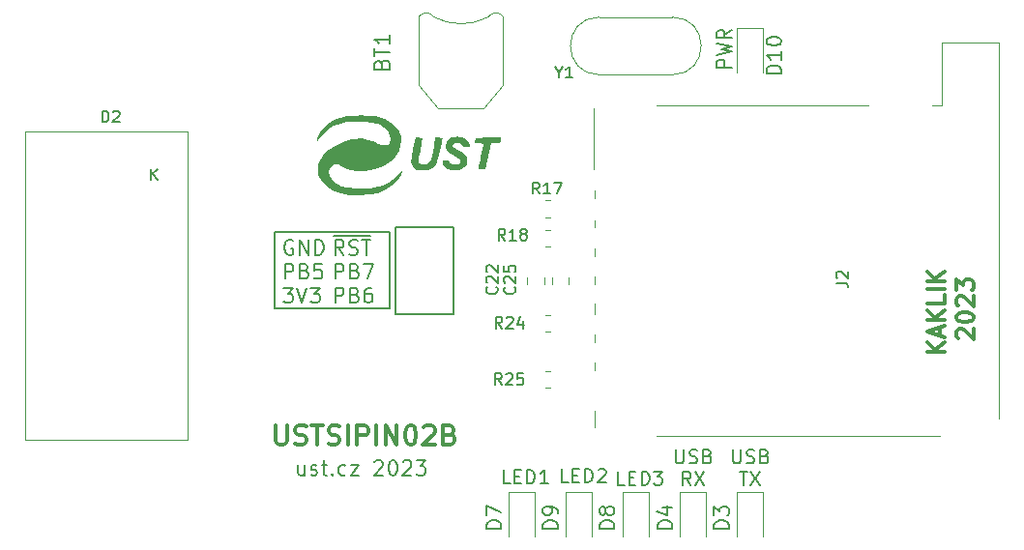
<source format=gbr>
%TF.GenerationSoftware,KiCad,Pcbnew,7.0.8-7.0.8~ubuntu23.04.1*%
%TF.CreationDate,2023-11-12T23:29:36+00:00*%
%TF.ProjectId,USTSIPIN02,55535453-4950-4494-9e30-322e6b696361,02A*%
%TF.SameCoordinates,Original*%
%TF.FileFunction,Legend,Top*%
%TF.FilePolarity,Positive*%
%FSLAX46Y46*%
G04 Gerber Fmt 4.6, Leading zero omitted, Abs format (unit mm)*
G04 Created by KiCad (PCBNEW 7.0.8-7.0.8~ubuntu23.04.1) date 2023-11-12 23:29:36*
%MOMM*%
%LPD*%
G01*
G04 APERTURE LIST*
%ADD10C,0.150000*%
%ADD11C,0.300000*%
%ADD12C,0.200000*%
%ADD13C,0.100000*%
%ADD14C,0.120000*%
G04 APERTURE END LIST*
D10*
X126356741Y-94272527D02*
X136456741Y-94272527D01*
X136456741Y-100972527D01*
X126356741Y-100972527D01*
X126356741Y-94272527D01*
D11*
X126484711Y-111199580D02*
X126484711Y-112575770D01*
X126484711Y-112575770D02*
X126565664Y-112737675D01*
X126565664Y-112737675D02*
X126646616Y-112818628D01*
X126646616Y-112818628D02*
X126808521Y-112899580D01*
X126808521Y-112899580D02*
X127132330Y-112899580D01*
X127132330Y-112899580D02*
X127294235Y-112818628D01*
X127294235Y-112818628D02*
X127375188Y-112737675D01*
X127375188Y-112737675D02*
X127456140Y-112575770D01*
X127456140Y-112575770D02*
X127456140Y-111199580D01*
X128184711Y-112818628D02*
X128427568Y-112899580D01*
X128427568Y-112899580D02*
X128832330Y-112899580D01*
X128832330Y-112899580D02*
X128994235Y-112818628D01*
X128994235Y-112818628D02*
X129075187Y-112737675D01*
X129075187Y-112737675D02*
X129156140Y-112575770D01*
X129156140Y-112575770D02*
X129156140Y-112413866D01*
X129156140Y-112413866D02*
X129075187Y-112251961D01*
X129075187Y-112251961D02*
X128994235Y-112171008D01*
X128994235Y-112171008D02*
X128832330Y-112090056D01*
X128832330Y-112090056D02*
X128508521Y-112009104D01*
X128508521Y-112009104D02*
X128346616Y-111928151D01*
X128346616Y-111928151D02*
X128265663Y-111847199D01*
X128265663Y-111847199D02*
X128184711Y-111685294D01*
X128184711Y-111685294D02*
X128184711Y-111523389D01*
X128184711Y-111523389D02*
X128265663Y-111361485D01*
X128265663Y-111361485D02*
X128346616Y-111280532D01*
X128346616Y-111280532D02*
X128508521Y-111199580D01*
X128508521Y-111199580D02*
X128913282Y-111199580D01*
X128913282Y-111199580D02*
X129156140Y-111280532D01*
X129641854Y-111199580D02*
X130613283Y-111199580D01*
X130127569Y-112899580D02*
X130127569Y-111199580D01*
X131098997Y-112818628D02*
X131341854Y-112899580D01*
X131341854Y-112899580D02*
X131746616Y-112899580D01*
X131746616Y-112899580D02*
X131908521Y-112818628D01*
X131908521Y-112818628D02*
X131989473Y-112737675D01*
X131989473Y-112737675D02*
X132070426Y-112575770D01*
X132070426Y-112575770D02*
X132070426Y-112413866D01*
X132070426Y-112413866D02*
X131989473Y-112251961D01*
X131989473Y-112251961D02*
X131908521Y-112171008D01*
X131908521Y-112171008D02*
X131746616Y-112090056D01*
X131746616Y-112090056D02*
X131422807Y-112009104D01*
X131422807Y-112009104D02*
X131260902Y-111928151D01*
X131260902Y-111928151D02*
X131179949Y-111847199D01*
X131179949Y-111847199D02*
X131098997Y-111685294D01*
X131098997Y-111685294D02*
X131098997Y-111523389D01*
X131098997Y-111523389D02*
X131179949Y-111361485D01*
X131179949Y-111361485D02*
X131260902Y-111280532D01*
X131260902Y-111280532D02*
X131422807Y-111199580D01*
X131422807Y-111199580D02*
X131827568Y-111199580D01*
X131827568Y-111199580D02*
X132070426Y-111280532D01*
X132798997Y-112899580D02*
X132798997Y-111199580D01*
X133608521Y-112899580D02*
X133608521Y-111199580D01*
X133608521Y-111199580D02*
X134256140Y-111199580D01*
X134256140Y-111199580D02*
X134418045Y-111280532D01*
X134418045Y-111280532D02*
X134498998Y-111361485D01*
X134498998Y-111361485D02*
X134579950Y-111523389D01*
X134579950Y-111523389D02*
X134579950Y-111766247D01*
X134579950Y-111766247D02*
X134498998Y-111928151D01*
X134498998Y-111928151D02*
X134418045Y-112009104D01*
X134418045Y-112009104D02*
X134256140Y-112090056D01*
X134256140Y-112090056D02*
X133608521Y-112090056D01*
X135308521Y-112899580D02*
X135308521Y-111199580D01*
X136118045Y-112899580D02*
X136118045Y-111199580D01*
X136118045Y-111199580D02*
X137089474Y-112899580D01*
X137089474Y-112899580D02*
X137089474Y-111199580D01*
X138222807Y-111199580D02*
X138384712Y-111199580D01*
X138384712Y-111199580D02*
X138546616Y-111280532D01*
X138546616Y-111280532D02*
X138627569Y-111361485D01*
X138627569Y-111361485D02*
X138708521Y-111523389D01*
X138708521Y-111523389D02*
X138789474Y-111847199D01*
X138789474Y-111847199D02*
X138789474Y-112251961D01*
X138789474Y-112251961D02*
X138708521Y-112575770D01*
X138708521Y-112575770D02*
X138627569Y-112737675D01*
X138627569Y-112737675D02*
X138546616Y-112818628D01*
X138546616Y-112818628D02*
X138384712Y-112899580D01*
X138384712Y-112899580D02*
X138222807Y-112899580D01*
X138222807Y-112899580D02*
X138060902Y-112818628D01*
X138060902Y-112818628D02*
X137979950Y-112737675D01*
X137979950Y-112737675D02*
X137898997Y-112575770D01*
X137898997Y-112575770D02*
X137818045Y-112251961D01*
X137818045Y-112251961D02*
X137818045Y-111847199D01*
X137818045Y-111847199D02*
X137898997Y-111523389D01*
X137898997Y-111523389D02*
X137979950Y-111361485D01*
X137979950Y-111361485D02*
X138060902Y-111280532D01*
X138060902Y-111280532D02*
X138222807Y-111199580D01*
X139437093Y-111361485D02*
X139518045Y-111280532D01*
X139518045Y-111280532D02*
X139679950Y-111199580D01*
X139679950Y-111199580D02*
X140084712Y-111199580D01*
X140084712Y-111199580D02*
X140246617Y-111280532D01*
X140246617Y-111280532D02*
X140327569Y-111361485D01*
X140327569Y-111361485D02*
X140408522Y-111523389D01*
X140408522Y-111523389D02*
X140408522Y-111685294D01*
X140408522Y-111685294D02*
X140327569Y-111928151D01*
X140327569Y-111928151D02*
X139356141Y-112899580D01*
X139356141Y-112899580D02*
X140408522Y-112899580D01*
X141703760Y-112009104D02*
X141946617Y-112090056D01*
X141946617Y-112090056D02*
X142027570Y-112171008D01*
X142027570Y-112171008D02*
X142108522Y-112332913D01*
X142108522Y-112332913D02*
X142108522Y-112575770D01*
X142108522Y-112575770D02*
X142027570Y-112737675D01*
X142027570Y-112737675D02*
X141946617Y-112818628D01*
X141946617Y-112818628D02*
X141784712Y-112899580D01*
X141784712Y-112899580D02*
X141137093Y-112899580D01*
X141137093Y-112899580D02*
X141137093Y-111199580D01*
X141137093Y-111199580D02*
X141703760Y-111199580D01*
X141703760Y-111199580D02*
X141865665Y-111280532D01*
X141865665Y-111280532D02*
X141946617Y-111361485D01*
X141946617Y-111361485D02*
X142027570Y-111523389D01*
X142027570Y-111523389D02*
X142027570Y-111685294D01*
X142027570Y-111685294D02*
X141946617Y-111847199D01*
X141946617Y-111847199D02*
X141865665Y-111928151D01*
X141865665Y-111928151D02*
X141703760Y-112009104D01*
X141703760Y-112009104D02*
X141137093Y-112009104D01*
X186231526Y-103600354D02*
X186160098Y-103528926D01*
X186160098Y-103528926D02*
X186088669Y-103386069D01*
X186088669Y-103386069D02*
X186088669Y-103028926D01*
X186088669Y-103028926D02*
X186160098Y-102886069D01*
X186160098Y-102886069D02*
X186231526Y-102814640D01*
X186231526Y-102814640D02*
X186374383Y-102743211D01*
X186374383Y-102743211D02*
X186517241Y-102743211D01*
X186517241Y-102743211D02*
X186731526Y-102814640D01*
X186731526Y-102814640D02*
X187588669Y-103671783D01*
X187588669Y-103671783D02*
X187588669Y-102743211D01*
X186088669Y-101814640D02*
X186088669Y-101671783D01*
X186088669Y-101671783D02*
X186160098Y-101528926D01*
X186160098Y-101528926D02*
X186231526Y-101457498D01*
X186231526Y-101457498D02*
X186374383Y-101386069D01*
X186374383Y-101386069D02*
X186660098Y-101314640D01*
X186660098Y-101314640D02*
X187017241Y-101314640D01*
X187017241Y-101314640D02*
X187302955Y-101386069D01*
X187302955Y-101386069D02*
X187445812Y-101457498D01*
X187445812Y-101457498D02*
X187517241Y-101528926D01*
X187517241Y-101528926D02*
X187588669Y-101671783D01*
X187588669Y-101671783D02*
X187588669Y-101814640D01*
X187588669Y-101814640D02*
X187517241Y-101957498D01*
X187517241Y-101957498D02*
X187445812Y-102028926D01*
X187445812Y-102028926D02*
X187302955Y-102100355D01*
X187302955Y-102100355D02*
X187017241Y-102171783D01*
X187017241Y-102171783D02*
X186660098Y-102171783D01*
X186660098Y-102171783D02*
X186374383Y-102100355D01*
X186374383Y-102100355D02*
X186231526Y-102028926D01*
X186231526Y-102028926D02*
X186160098Y-101957498D01*
X186160098Y-101957498D02*
X186088669Y-101814640D01*
X186231526Y-100743212D02*
X186160098Y-100671784D01*
X186160098Y-100671784D02*
X186088669Y-100528927D01*
X186088669Y-100528927D02*
X186088669Y-100171784D01*
X186088669Y-100171784D02*
X186160098Y-100028927D01*
X186160098Y-100028927D02*
X186231526Y-99957498D01*
X186231526Y-99957498D02*
X186374383Y-99886069D01*
X186374383Y-99886069D02*
X186517241Y-99886069D01*
X186517241Y-99886069D02*
X186731526Y-99957498D01*
X186731526Y-99957498D02*
X187588669Y-100814641D01*
X187588669Y-100814641D02*
X187588669Y-99886069D01*
X186088669Y-99386070D02*
X186088669Y-98457498D01*
X186088669Y-98457498D02*
X186660098Y-98957498D01*
X186660098Y-98957498D02*
X186660098Y-98743213D01*
X186660098Y-98743213D02*
X186731526Y-98600356D01*
X186731526Y-98600356D02*
X186802955Y-98528927D01*
X186802955Y-98528927D02*
X186945812Y-98457498D01*
X186945812Y-98457498D02*
X187302955Y-98457498D01*
X187302955Y-98457498D02*
X187445812Y-98528927D01*
X187445812Y-98528927D02*
X187517241Y-98600356D01*
X187517241Y-98600356D02*
X187588669Y-98743213D01*
X187588669Y-98743213D02*
X187588669Y-99171784D01*
X187588669Y-99171784D02*
X187517241Y-99314641D01*
X187517241Y-99314641D02*
X187445812Y-99386070D01*
D12*
X127978795Y-95032436D02*
X127854985Y-94970531D01*
X127854985Y-94970531D02*
X127669271Y-94970531D01*
X127669271Y-94970531D02*
X127483557Y-95032436D01*
X127483557Y-95032436D02*
X127359747Y-95156246D01*
X127359747Y-95156246D02*
X127297842Y-95280055D01*
X127297842Y-95280055D02*
X127235938Y-95527674D01*
X127235938Y-95527674D02*
X127235938Y-95713388D01*
X127235938Y-95713388D02*
X127297842Y-95961007D01*
X127297842Y-95961007D02*
X127359747Y-96084817D01*
X127359747Y-96084817D02*
X127483557Y-96208627D01*
X127483557Y-96208627D02*
X127669271Y-96270531D01*
X127669271Y-96270531D02*
X127793080Y-96270531D01*
X127793080Y-96270531D02*
X127978795Y-96208627D01*
X127978795Y-96208627D02*
X128040699Y-96146722D01*
X128040699Y-96146722D02*
X128040699Y-95713388D01*
X128040699Y-95713388D02*
X127793080Y-95713388D01*
X128597842Y-96270531D02*
X128597842Y-94970531D01*
X128597842Y-94970531D02*
X129340699Y-96270531D01*
X129340699Y-96270531D02*
X129340699Y-94970531D01*
X129959747Y-96270531D02*
X129959747Y-94970531D01*
X129959747Y-94970531D02*
X130269271Y-94970531D01*
X130269271Y-94970531D02*
X130454985Y-95032436D01*
X130454985Y-95032436D02*
X130578795Y-95156246D01*
X130578795Y-95156246D02*
X130640700Y-95280055D01*
X130640700Y-95280055D02*
X130702604Y-95527674D01*
X130702604Y-95527674D02*
X130702604Y-95713388D01*
X130702604Y-95713388D02*
X130640700Y-95961007D01*
X130640700Y-95961007D02*
X130578795Y-96084817D01*
X130578795Y-96084817D02*
X130454985Y-96208627D01*
X130454985Y-96208627D02*
X130269271Y-96270531D01*
X130269271Y-96270531D02*
X129959747Y-96270531D01*
X127297842Y-98363531D02*
X127297842Y-97063531D01*
X127297842Y-97063531D02*
X127793080Y-97063531D01*
X127793080Y-97063531D02*
X127916890Y-97125436D01*
X127916890Y-97125436D02*
X127978795Y-97187341D01*
X127978795Y-97187341D02*
X128040699Y-97311150D01*
X128040699Y-97311150D02*
X128040699Y-97496865D01*
X128040699Y-97496865D02*
X127978795Y-97620674D01*
X127978795Y-97620674D02*
X127916890Y-97682579D01*
X127916890Y-97682579D02*
X127793080Y-97744484D01*
X127793080Y-97744484D02*
X127297842Y-97744484D01*
X129031176Y-97682579D02*
X129216890Y-97744484D01*
X129216890Y-97744484D02*
X129278795Y-97806388D01*
X129278795Y-97806388D02*
X129340699Y-97930198D01*
X129340699Y-97930198D02*
X129340699Y-98115912D01*
X129340699Y-98115912D02*
X129278795Y-98239722D01*
X129278795Y-98239722D02*
X129216890Y-98301627D01*
X129216890Y-98301627D02*
X129093080Y-98363531D01*
X129093080Y-98363531D02*
X128597842Y-98363531D01*
X128597842Y-98363531D02*
X128597842Y-97063531D01*
X128597842Y-97063531D02*
X129031176Y-97063531D01*
X129031176Y-97063531D02*
X129154985Y-97125436D01*
X129154985Y-97125436D02*
X129216890Y-97187341D01*
X129216890Y-97187341D02*
X129278795Y-97311150D01*
X129278795Y-97311150D02*
X129278795Y-97434960D01*
X129278795Y-97434960D02*
X129216890Y-97558769D01*
X129216890Y-97558769D02*
X129154985Y-97620674D01*
X129154985Y-97620674D02*
X129031176Y-97682579D01*
X129031176Y-97682579D02*
X128597842Y-97682579D01*
X130516890Y-97063531D02*
X129897842Y-97063531D01*
X129897842Y-97063531D02*
X129835938Y-97682579D01*
X129835938Y-97682579D02*
X129897842Y-97620674D01*
X129897842Y-97620674D02*
X130021652Y-97558769D01*
X130021652Y-97558769D02*
X130331176Y-97558769D01*
X130331176Y-97558769D02*
X130454985Y-97620674D01*
X130454985Y-97620674D02*
X130516890Y-97682579D01*
X130516890Y-97682579D02*
X130578795Y-97806388D01*
X130578795Y-97806388D02*
X130578795Y-98115912D01*
X130578795Y-98115912D02*
X130516890Y-98239722D01*
X130516890Y-98239722D02*
X130454985Y-98301627D01*
X130454985Y-98301627D02*
X130331176Y-98363531D01*
X130331176Y-98363531D02*
X130021652Y-98363531D01*
X130021652Y-98363531D02*
X129897842Y-98301627D01*
X129897842Y-98301627D02*
X129835938Y-98239722D01*
X127174033Y-99156531D02*
X127978795Y-99156531D01*
X127978795Y-99156531D02*
X127545461Y-99651769D01*
X127545461Y-99651769D02*
X127731176Y-99651769D01*
X127731176Y-99651769D02*
X127854985Y-99713674D01*
X127854985Y-99713674D02*
X127916890Y-99775579D01*
X127916890Y-99775579D02*
X127978795Y-99899388D01*
X127978795Y-99899388D02*
X127978795Y-100208912D01*
X127978795Y-100208912D02*
X127916890Y-100332722D01*
X127916890Y-100332722D02*
X127854985Y-100394627D01*
X127854985Y-100394627D02*
X127731176Y-100456531D01*
X127731176Y-100456531D02*
X127359747Y-100456531D01*
X127359747Y-100456531D02*
X127235938Y-100394627D01*
X127235938Y-100394627D02*
X127174033Y-100332722D01*
X128350223Y-99156531D02*
X128783556Y-100456531D01*
X128783556Y-100456531D02*
X129216890Y-99156531D01*
X129526414Y-99156531D02*
X130331176Y-99156531D01*
X130331176Y-99156531D02*
X129897842Y-99651769D01*
X129897842Y-99651769D02*
X130083557Y-99651769D01*
X130083557Y-99651769D02*
X130207366Y-99713674D01*
X130207366Y-99713674D02*
X130269271Y-99775579D01*
X130269271Y-99775579D02*
X130331176Y-99899388D01*
X130331176Y-99899388D02*
X130331176Y-100208912D01*
X130331176Y-100208912D02*
X130269271Y-100332722D01*
X130269271Y-100332722D02*
X130207366Y-100394627D01*
X130207366Y-100394627D02*
X130083557Y-100456531D01*
X130083557Y-100456531D02*
X129712128Y-100456531D01*
X129712128Y-100456531D02*
X129588319Y-100394627D01*
X129588319Y-100394627D02*
X129526414Y-100332722D01*
X166417345Y-79842926D02*
X165117345Y-79842926D01*
X165117345Y-79842926D02*
X165117345Y-79385783D01*
X165117345Y-79385783D02*
X165179250Y-79271498D01*
X165179250Y-79271498D02*
X165241155Y-79214355D01*
X165241155Y-79214355D02*
X165364964Y-79157212D01*
X165364964Y-79157212D02*
X165550679Y-79157212D01*
X165550679Y-79157212D02*
X165674488Y-79214355D01*
X165674488Y-79214355D02*
X165736393Y-79271498D01*
X165736393Y-79271498D02*
X165798298Y-79385783D01*
X165798298Y-79385783D02*
X165798298Y-79842926D01*
X165117345Y-78757212D02*
X166417345Y-78471498D01*
X166417345Y-78471498D02*
X165488774Y-78242926D01*
X165488774Y-78242926D02*
X166417345Y-78014355D01*
X166417345Y-78014355D02*
X165117345Y-77728641D01*
X166417345Y-76585783D02*
X165798298Y-76985783D01*
X166417345Y-77271497D02*
X165117345Y-77271497D01*
X165117345Y-77271497D02*
X165117345Y-76814354D01*
X165117345Y-76814354D02*
X165179250Y-76700069D01*
X165179250Y-76700069D02*
X165241155Y-76642926D01*
X165241155Y-76642926D02*
X165364964Y-76585783D01*
X165364964Y-76585783D02*
X165550679Y-76585783D01*
X165550679Y-76585783D02*
X165674488Y-76642926D01*
X165674488Y-76642926D02*
X165736393Y-76700069D01*
X165736393Y-76700069D02*
X165798298Y-76814354D01*
X165798298Y-76814354D02*
X165798298Y-77271497D01*
X132440699Y-96270531D02*
X132007366Y-95651484D01*
X131697842Y-96270531D02*
X131697842Y-94970531D01*
X131697842Y-94970531D02*
X132193080Y-94970531D01*
X132193080Y-94970531D02*
X132316890Y-95032436D01*
X132316890Y-95032436D02*
X132378795Y-95094341D01*
X132378795Y-95094341D02*
X132440699Y-95218150D01*
X132440699Y-95218150D02*
X132440699Y-95403865D01*
X132440699Y-95403865D02*
X132378795Y-95527674D01*
X132378795Y-95527674D02*
X132316890Y-95589579D01*
X132316890Y-95589579D02*
X132193080Y-95651484D01*
X132193080Y-95651484D02*
X131697842Y-95651484D01*
X132935938Y-96208627D02*
X133121652Y-96270531D01*
X133121652Y-96270531D02*
X133431176Y-96270531D01*
X133431176Y-96270531D02*
X133554985Y-96208627D01*
X133554985Y-96208627D02*
X133616890Y-96146722D01*
X133616890Y-96146722D02*
X133678795Y-96022912D01*
X133678795Y-96022912D02*
X133678795Y-95899103D01*
X133678795Y-95899103D02*
X133616890Y-95775293D01*
X133616890Y-95775293D02*
X133554985Y-95713388D01*
X133554985Y-95713388D02*
X133431176Y-95651484D01*
X133431176Y-95651484D02*
X133183557Y-95589579D01*
X133183557Y-95589579D02*
X133059747Y-95527674D01*
X133059747Y-95527674D02*
X132997842Y-95465769D01*
X132997842Y-95465769D02*
X132935938Y-95341960D01*
X132935938Y-95341960D02*
X132935938Y-95218150D01*
X132935938Y-95218150D02*
X132997842Y-95094341D01*
X132997842Y-95094341D02*
X133059747Y-95032436D01*
X133059747Y-95032436D02*
X133183557Y-94970531D01*
X133183557Y-94970531D02*
X133493080Y-94970531D01*
X133493080Y-94970531D02*
X133678795Y-95032436D01*
X134050223Y-94970531D02*
X134793080Y-94970531D01*
X134421652Y-96270531D02*
X134421652Y-94970531D01*
X131518319Y-94609627D02*
X134786890Y-94609627D01*
X131697842Y-98363531D02*
X131697842Y-97063531D01*
X131697842Y-97063531D02*
X132193080Y-97063531D01*
X132193080Y-97063531D02*
X132316890Y-97125436D01*
X132316890Y-97125436D02*
X132378795Y-97187341D01*
X132378795Y-97187341D02*
X132440699Y-97311150D01*
X132440699Y-97311150D02*
X132440699Y-97496865D01*
X132440699Y-97496865D02*
X132378795Y-97620674D01*
X132378795Y-97620674D02*
X132316890Y-97682579D01*
X132316890Y-97682579D02*
X132193080Y-97744484D01*
X132193080Y-97744484D02*
X131697842Y-97744484D01*
X133431176Y-97682579D02*
X133616890Y-97744484D01*
X133616890Y-97744484D02*
X133678795Y-97806388D01*
X133678795Y-97806388D02*
X133740699Y-97930198D01*
X133740699Y-97930198D02*
X133740699Y-98115912D01*
X133740699Y-98115912D02*
X133678795Y-98239722D01*
X133678795Y-98239722D02*
X133616890Y-98301627D01*
X133616890Y-98301627D02*
X133493080Y-98363531D01*
X133493080Y-98363531D02*
X132997842Y-98363531D01*
X132997842Y-98363531D02*
X132997842Y-97063531D01*
X132997842Y-97063531D02*
X133431176Y-97063531D01*
X133431176Y-97063531D02*
X133554985Y-97125436D01*
X133554985Y-97125436D02*
X133616890Y-97187341D01*
X133616890Y-97187341D02*
X133678795Y-97311150D01*
X133678795Y-97311150D02*
X133678795Y-97434960D01*
X133678795Y-97434960D02*
X133616890Y-97558769D01*
X133616890Y-97558769D02*
X133554985Y-97620674D01*
X133554985Y-97620674D02*
X133431176Y-97682579D01*
X133431176Y-97682579D02*
X132997842Y-97682579D01*
X134174033Y-97063531D02*
X135040699Y-97063531D01*
X135040699Y-97063531D02*
X134483557Y-98363531D01*
X131697842Y-100456531D02*
X131697842Y-99156531D01*
X131697842Y-99156531D02*
X132193080Y-99156531D01*
X132193080Y-99156531D02*
X132316890Y-99218436D01*
X132316890Y-99218436D02*
X132378795Y-99280341D01*
X132378795Y-99280341D02*
X132440699Y-99404150D01*
X132440699Y-99404150D02*
X132440699Y-99589865D01*
X132440699Y-99589865D02*
X132378795Y-99713674D01*
X132378795Y-99713674D02*
X132316890Y-99775579D01*
X132316890Y-99775579D02*
X132193080Y-99837484D01*
X132193080Y-99837484D02*
X131697842Y-99837484D01*
X133431176Y-99775579D02*
X133616890Y-99837484D01*
X133616890Y-99837484D02*
X133678795Y-99899388D01*
X133678795Y-99899388D02*
X133740699Y-100023198D01*
X133740699Y-100023198D02*
X133740699Y-100208912D01*
X133740699Y-100208912D02*
X133678795Y-100332722D01*
X133678795Y-100332722D02*
X133616890Y-100394627D01*
X133616890Y-100394627D02*
X133493080Y-100456531D01*
X133493080Y-100456531D02*
X132997842Y-100456531D01*
X132997842Y-100456531D02*
X132997842Y-99156531D01*
X132997842Y-99156531D02*
X133431176Y-99156531D01*
X133431176Y-99156531D02*
X133554985Y-99218436D01*
X133554985Y-99218436D02*
X133616890Y-99280341D01*
X133616890Y-99280341D02*
X133678795Y-99404150D01*
X133678795Y-99404150D02*
X133678795Y-99527960D01*
X133678795Y-99527960D02*
X133616890Y-99651769D01*
X133616890Y-99651769D02*
X133554985Y-99713674D01*
X133554985Y-99713674D02*
X133431176Y-99775579D01*
X133431176Y-99775579D02*
X132997842Y-99775579D01*
X134854985Y-99156531D02*
X134607366Y-99156531D01*
X134607366Y-99156531D02*
X134483557Y-99218436D01*
X134483557Y-99218436D02*
X134421652Y-99280341D01*
X134421652Y-99280341D02*
X134297842Y-99466055D01*
X134297842Y-99466055D02*
X134235938Y-99713674D01*
X134235938Y-99713674D02*
X134235938Y-100208912D01*
X134235938Y-100208912D02*
X134297842Y-100332722D01*
X134297842Y-100332722D02*
X134359747Y-100394627D01*
X134359747Y-100394627D02*
X134483557Y-100456531D01*
X134483557Y-100456531D02*
X134731176Y-100456531D01*
X134731176Y-100456531D02*
X134854985Y-100394627D01*
X134854985Y-100394627D02*
X134916890Y-100332722D01*
X134916890Y-100332722D02*
X134978795Y-100208912D01*
X134978795Y-100208912D02*
X134978795Y-99899388D01*
X134978795Y-99899388D02*
X134916890Y-99775579D01*
X134916890Y-99775579D02*
X134854985Y-99713674D01*
X134854985Y-99713674D02*
X134731176Y-99651769D01*
X134731176Y-99651769D02*
X134483557Y-99651769D01*
X134483557Y-99651769D02*
X134359747Y-99713674D01*
X134359747Y-99713674D02*
X134297842Y-99775579D01*
X134297842Y-99775579D02*
X134235938Y-99899388D01*
X129018808Y-114697865D02*
X129018808Y-115564531D01*
X128461665Y-114697865D02*
X128461665Y-115378817D01*
X128461665Y-115378817D02*
X128523570Y-115502627D01*
X128523570Y-115502627D02*
X128647380Y-115564531D01*
X128647380Y-115564531D02*
X128833094Y-115564531D01*
X128833094Y-115564531D02*
X128956903Y-115502627D01*
X128956903Y-115502627D02*
X129018808Y-115440722D01*
X129575951Y-115502627D02*
X129699760Y-115564531D01*
X129699760Y-115564531D02*
X129947379Y-115564531D01*
X129947379Y-115564531D02*
X130071189Y-115502627D01*
X130071189Y-115502627D02*
X130133093Y-115378817D01*
X130133093Y-115378817D02*
X130133093Y-115316912D01*
X130133093Y-115316912D02*
X130071189Y-115193103D01*
X130071189Y-115193103D02*
X129947379Y-115131198D01*
X129947379Y-115131198D02*
X129761665Y-115131198D01*
X129761665Y-115131198D02*
X129637855Y-115069293D01*
X129637855Y-115069293D02*
X129575951Y-114945484D01*
X129575951Y-114945484D02*
X129575951Y-114883579D01*
X129575951Y-114883579D02*
X129637855Y-114759769D01*
X129637855Y-114759769D02*
X129761665Y-114697865D01*
X129761665Y-114697865D02*
X129947379Y-114697865D01*
X129947379Y-114697865D02*
X130071189Y-114759769D01*
X130504522Y-114697865D02*
X130999760Y-114697865D01*
X130690236Y-114264531D02*
X130690236Y-115378817D01*
X130690236Y-115378817D02*
X130752141Y-115502627D01*
X130752141Y-115502627D02*
X130875951Y-115564531D01*
X130875951Y-115564531D02*
X130999760Y-115564531D01*
X131433093Y-115440722D02*
X131494998Y-115502627D01*
X131494998Y-115502627D02*
X131433093Y-115564531D01*
X131433093Y-115564531D02*
X131371189Y-115502627D01*
X131371189Y-115502627D02*
X131433093Y-115440722D01*
X131433093Y-115440722D02*
X131433093Y-115564531D01*
X132609284Y-115502627D02*
X132485475Y-115564531D01*
X132485475Y-115564531D02*
X132237856Y-115564531D01*
X132237856Y-115564531D02*
X132114046Y-115502627D01*
X132114046Y-115502627D02*
X132052141Y-115440722D01*
X132052141Y-115440722D02*
X131990237Y-115316912D01*
X131990237Y-115316912D02*
X131990237Y-114945484D01*
X131990237Y-114945484D02*
X132052141Y-114821674D01*
X132052141Y-114821674D02*
X132114046Y-114759769D01*
X132114046Y-114759769D02*
X132237856Y-114697865D01*
X132237856Y-114697865D02*
X132485475Y-114697865D01*
X132485475Y-114697865D02*
X132609284Y-114759769D01*
X133042618Y-114697865D02*
X133723570Y-114697865D01*
X133723570Y-114697865D02*
X133042618Y-115564531D01*
X133042618Y-115564531D02*
X133723570Y-115564531D01*
X135147380Y-114388341D02*
X135209284Y-114326436D01*
X135209284Y-114326436D02*
X135333094Y-114264531D01*
X135333094Y-114264531D02*
X135642618Y-114264531D01*
X135642618Y-114264531D02*
X135766427Y-114326436D01*
X135766427Y-114326436D02*
X135828332Y-114388341D01*
X135828332Y-114388341D02*
X135890237Y-114512150D01*
X135890237Y-114512150D02*
X135890237Y-114635960D01*
X135890237Y-114635960D02*
X135828332Y-114821674D01*
X135828332Y-114821674D02*
X135085475Y-115564531D01*
X135085475Y-115564531D02*
X135890237Y-115564531D01*
X136694998Y-114264531D02*
X136818808Y-114264531D01*
X136818808Y-114264531D02*
X136942617Y-114326436D01*
X136942617Y-114326436D02*
X137004522Y-114388341D01*
X137004522Y-114388341D02*
X137066427Y-114512150D01*
X137066427Y-114512150D02*
X137128332Y-114759769D01*
X137128332Y-114759769D02*
X137128332Y-115069293D01*
X137128332Y-115069293D02*
X137066427Y-115316912D01*
X137066427Y-115316912D02*
X137004522Y-115440722D01*
X137004522Y-115440722D02*
X136942617Y-115502627D01*
X136942617Y-115502627D02*
X136818808Y-115564531D01*
X136818808Y-115564531D02*
X136694998Y-115564531D01*
X136694998Y-115564531D02*
X136571189Y-115502627D01*
X136571189Y-115502627D02*
X136509284Y-115440722D01*
X136509284Y-115440722D02*
X136447379Y-115316912D01*
X136447379Y-115316912D02*
X136385475Y-115069293D01*
X136385475Y-115069293D02*
X136385475Y-114759769D01*
X136385475Y-114759769D02*
X136447379Y-114512150D01*
X136447379Y-114512150D02*
X136509284Y-114388341D01*
X136509284Y-114388341D02*
X136571189Y-114326436D01*
X136571189Y-114326436D02*
X136694998Y-114264531D01*
X137623570Y-114388341D02*
X137685474Y-114326436D01*
X137685474Y-114326436D02*
X137809284Y-114264531D01*
X137809284Y-114264531D02*
X138118808Y-114264531D01*
X138118808Y-114264531D02*
X138242617Y-114326436D01*
X138242617Y-114326436D02*
X138304522Y-114388341D01*
X138304522Y-114388341D02*
X138366427Y-114512150D01*
X138366427Y-114512150D02*
X138366427Y-114635960D01*
X138366427Y-114635960D02*
X138304522Y-114821674D01*
X138304522Y-114821674D02*
X137561665Y-115564531D01*
X137561665Y-115564531D02*
X138366427Y-115564531D01*
X138799760Y-114264531D02*
X139604522Y-114264531D01*
X139604522Y-114264531D02*
X139171188Y-114759769D01*
X139171188Y-114759769D02*
X139356903Y-114759769D01*
X139356903Y-114759769D02*
X139480712Y-114821674D01*
X139480712Y-114821674D02*
X139542617Y-114883579D01*
X139542617Y-114883579D02*
X139604522Y-115007388D01*
X139604522Y-115007388D02*
X139604522Y-115316912D01*
X139604522Y-115316912D02*
X139542617Y-115440722D01*
X139542617Y-115440722D02*
X139480712Y-115502627D01*
X139480712Y-115502627D02*
X139356903Y-115564531D01*
X139356903Y-115564531D02*
X138985474Y-115564531D01*
X138985474Y-115564531D02*
X138861665Y-115502627D01*
X138861665Y-115502627D02*
X138799760Y-115440722D01*
X152090283Y-116204069D02*
X151518855Y-116204069D01*
X151518855Y-116204069D02*
X151518855Y-115004069D01*
X152490284Y-115575498D02*
X152890284Y-115575498D01*
X153061712Y-116204069D02*
X152490284Y-116204069D01*
X152490284Y-116204069D02*
X152490284Y-115004069D01*
X152490284Y-115004069D02*
X153061712Y-115004069D01*
X153575998Y-116204069D02*
X153575998Y-115004069D01*
X153575998Y-115004069D02*
X153861712Y-115004069D01*
X153861712Y-115004069D02*
X154033141Y-115061212D01*
X154033141Y-115061212D02*
X154147426Y-115175498D01*
X154147426Y-115175498D02*
X154204569Y-115289784D01*
X154204569Y-115289784D02*
X154261712Y-115518355D01*
X154261712Y-115518355D02*
X154261712Y-115689784D01*
X154261712Y-115689784D02*
X154204569Y-115918355D01*
X154204569Y-115918355D02*
X154147426Y-116032641D01*
X154147426Y-116032641D02*
X154033141Y-116146927D01*
X154033141Y-116146927D02*
X153861712Y-116204069D01*
X153861712Y-116204069D02*
X153575998Y-116204069D01*
X154718855Y-115118355D02*
X154775998Y-115061212D01*
X154775998Y-115061212D02*
X154890284Y-115004069D01*
X154890284Y-115004069D02*
X155175998Y-115004069D01*
X155175998Y-115004069D02*
X155290284Y-115061212D01*
X155290284Y-115061212D02*
X155347426Y-115118355D01*
X155347426Y-115118355D02*
X155404569Y-115232641D01*
X155404569Y-115232641D02*
X155404569Y-115346927D01*
X155404569Y-115346927D02*
X155347426Y-115518355D01*
X155347426Y-115518355D02*
X154661712Y-116204069D01*
X154661712Y-116204069D02*
X155404569Y-116204069D01*
X147010283Y-116305669D02*
X146438855Y-116305669D01*
X146438855Y-116305669D02*
X146438855Y-115105669D01*
X147410284Y-115677098D02*
X147810284Y-115677098D01*
X147981712Y-116305669D02*
X147410284Y-116305669D01*
X147410284Y-116305669D02*
X147410284Y-115105669D01*
X147410284Y-115105669D02*
X147981712Y-115105669D01*
X148495998Y-116305669D02*
X148495998Y-115105669D01*
X148495998Y-115105669D02*
X148781712Y-115105669D01*
X148781712Y-115105669D02*
X148953141Y-115162812D01*
X148953141Y-115162812D02*
X149067426Y-115277098D01*
X149067426Y-115277098D02*
X149124569Y-115391384D01*
X149124569Y-115391384D02*
X149181712Y-115619955D01*
X149181712Y-115619955D02*
X149181712Y-115791384D01*
X149181712Y-115791384D02*
X149124569Y-116019955D01*
X149124569Y-116019955D02*
X149067426Y-116134241D01*
X149067426Y-116134241D02*
X148953141Y-116248527D01*
X148953141Y-116248527D02*
X148781712Y-116305669D01*
X148781712Y-116305669D02*
X148495998Y-116305669D01*
X150324569Y-116305669D02*
X149638855Y-116305669D01*
X149981712Y-116305669D02*
X149981712Y-115105669D01*
X149981712Y-115105669D02*
X149867426Y-115277098D01*
X149867426Y-115277098D02*
X149753141Y-115391384D01*
X149753141Y-115391384D02*
X149638855Y-115448527D01*
D11*
X185048669Y-104782927D02*
X183548669Y-104782927D01*
X185048669Y-103925784D02*
X184191526Y-104568641D01*
X183548669Y-103925784D02*
X184405812Y-104782927D01*
X184620098Y-103354355D02*
X184620098Y-102640070D01*
X185048669Y-103497212D02*
X183548669Y-102997212D01*
X183548669Y-102997212D02*
X185048669Y-102497212D01*
X185048669Y-101997213D02*
X183548669Y-101997213D01*
X185048669Y-101140070D02*
X184191526Y-101782927D01*
X183548669Y-101140070D02*
X184405812Y-101997213D01*
X185048669Y-99782927D02*
X185048669Y-100497213D01*
X185048669Y-100497213D02*
X183548669Y-100497213D01*
X185048669Y-99282927D02*
X183548669Y-99282927D01*
X185048669Y-98568641D02*
X183548669Y-98568641D01*
X185048669Y-97711498D02*
X184191526Y-98354355D01*
X183548669Y-97711498D02*
X184405812Y-98568641D01*
D12*
X157043283Y-116432669D02*
X156471855Y-116432669D01*
X156471855Y-116432669D02*
X156471855Y-115232669D01*
X157443284Y-115804098D02*
X157843284Y-115804098D01*
X158014712Y-116432669D02*
X157443284Y-116432669D01*
X157443284Y-116432669D02*
X157443284Y-115232669D01*
X157443284Y-115232669D02*
X158014712Y-115232669D01*
X158528998Y-116432669D02*
X158528998Y-115232669D01*
X158528998Y-115232669D02*
X158814712Y-115232669D01*
X158814712Y-115232669D02*
X158986141Y-115289812D01*
X158986141Y-115289812D02*
X159100426Y-115404098D01*
X159100426Y-115404098D02*
X159157569Y-115518384D01*
X159157569Y-115518384D02*
X159214712Y-115746955D01*
X159214712Y-115746955D02*
X159214712Y-115918384D01*
X159214712Y-115918384D02*
X159157569Y-116146955D01*
X159157569Y-116146955D02*
X159100426Y-116261241D01*
X159100426Y-116261241D02*
X158986141Y-116375527D01*
X158986141Y-116375527D02*
X158814712Y-116432669D01*
X158814712Y-116432669D02*
X158528998Y-116432669D01*
X159614712Y-115232669D02*
X160357569Y-115232669D01*
X160357569Y-115232669D02*
X159957569Y-115689812D01*
X159957569Y-115689812D02*
X160128998Y-115689812D01*
X160128998Y-115689812D02*
X160243284Y-115746955D01*
X160243284Y-115746955D02*
X160300426Y-115804098D01*
X160300426Y-115804098D02*
X160357569Y-115918384D01*
X160357569Y-115918384D02*
X160357569Y-116204098D01*
X160357569Y-116204098D02*
X160300426Y-116318384D01*
X160300426Y-116318384D02*
X160243284Y-116375527D01*
X160243284Y-116375527D02*
X160128998Y-116432669D01*
X160128998Y-116432669D02*
X159786141Y-116432669D01*
X159786141Y-116432669D02*
X159671855Y-116375527D01*
X159671855Y-116375527D02*
X159614712Y-116318384D01*
X161512055Y-113321669D02*
X161512055Y-114293098D01*
X161512055Y-114293098D02*
X161569198Y-114407384D01*
X161569198Y-114407384D02*
X161626341Y-114464527D01*
X161626341Y-114464527D02*
X161740626Y-114521669D01*
X161740626Y-114521669D02*
X161969198Y-114521669D01*
X161969198Y-114521669D02*
X162083483Y-114464527D01*
X162083483Y-114464527D02*
X162140626Y-114407384D01*
X162140626Y-114407384D02*
X162197769Y-114293098D01*
X162197769Y-114293098D02*
X162197769Y-113321669D01*
X162712055Y-114464527D02*
X162883484Y-114521669D01*
X162883484Y-114521669D02*
X163169198Y-114521669D01*
X163169198Y-114521669D02*
X163283484Y-114464527D01*
X163283484Y-114464527D02*
X163340626Y-114407384D01*
X163340626Y-114407384D02*
X163397769Y-114293098D01*
X163397769Y-114293098D02*
X163397769Y-114178812D01*
X163397769Y-114178812D02*
X163340626Y-114064527D01*
X163340626Y-114064527D02*
X163283484Y-114007384D01*
X163283484Y-114007384D02*
X163169198Y-113950241D01*
X163169198Y-113950241D02*
X162940626Y-113893098D01*
X162940626Y-113893098D02*
X162826341Y-113835955D01*
X162826341Y-113835955D02*
X162769198Y-113778812D01*
X162769198Y-113778812D02*
X162712055Y-113664527D01*
X162712055Y-113664527D02*
X162712055Y-113550241D01*
X162712055Y-113550241D02*
X162769198Y-113435955D01*
X162769198Y-113435955D02*
X162826341Y-113378812D01*
X162826341Y-113378812D02*
X162940626Y-113321669D01*
X162940626Y-113321669D02*
X163226341Y-113321669D01*
X163226341Y-113321669D02*
X163397769Y-113378812D01*
X164312055Y-113893098D02*
X164483483Y-113950241D01*
X164483483Y-113950241D02*
X164540626Y-114007384D01*
X164540626Y-114007384D02*
X164597769Y-114121669D01*
X164597769Y-114121669D02*
X164597769Y-114293098D01*
X164597769Y-114293098D02*
X164540626Y-114407384D01*
X164540626Y-114407384D02*
X164483483Y-114464527D01*
X164483483Y-114464527D02*
X164369198Y-114521669D01*
X164369198Y-114521669D02*
X163912055Y-114521669D01*
X163912055Y-114521669D02*
X163912055Y-113321669D01*
X163912055Y-113321669D02*
X164312055Y-113321669D01*
X164312055Y-113321669D02*
X164426341Y-113378812D01*
X164426341Y-113378812D02*
X164483483Y-113435955D01*
X164483483Y-113435955D02*
X164540626Y-113550241D01*
X164540626Y-113550241D02*
X164540626Y-113664527D01*
X164540626Y-113664527D02*
X164483483Y-113778812D01*
X164483483Y-113778812D02*
X164426341Y-113835955D01*
X164426341Y-113835955D02*
X164312055Y-113893098D01*
X164312055Y-113893098D02*
X163912055Y-113893098D01*
X162826341Y-116453669D02*
X162426341Y-115882241D01*
X162140627Y-116453669D02*
X162140627Y-115253669D01*
X162140627Y-115253669D02*
X162597770Y-115253669D01*
X162597770Y-115253669D02*
X162712055Y-115310812D01*
X162712055Y-115310812D02*
X162769198Y-115367955D01*
X162769198Y-115367955D02*
X162826341Y-115482241D01*
X162826341Y-115482241D02*
X162826341Y-115653669D01*
X162826341Y-115653669D02*
X162769198Y-115767955D01*
X162769198Y-115767955D02*
X162712055Y-115825098D01*
X162712055Y-115825098D02*
X162597770Y-115882241D01*
X162597770Y-115882241D02*
X162140627Y-115882241D01*
X163226341Y-115253669D02*
X164026341Y-116453669D01*
X164026341Y-115253669D02*
X163226341Y-116453669D01*
X166512055Y-113321669D02*
X166512055Y-114293098D01*
X166512055Y-114293098D02*
X166569198Y-114407384D01*
X166569198Y-114407384D02*
X166626341Y-114464527D01*
X166626341Y-114464527D02*
X166740626Y-114521669D01*
X166740626Y-114521669D02*
X166969198Y-114521669D01*
X166969198Y-114521669D02*
X167083483Y-114464527D01*
X167083483Y-114464527D02*
X167140626Y-114407384D01*
X167140626Y-114407384D02*
X167197769Y-114293098D01*
X167197769Y-114293098D02*
X167197769Y-113321669D01*
X167712055Y-114464527D02*
X167883484Y-114521669D01*
X167883484Y-114521669D02*
X168169198Y-114521669D01*
X168169198Y-114521669D02*
X168283484Y-114464527D01*
X168283484Y-114464527D02*
X168340626Y-114407384D01*
X168340626Y-114407384D02*
X168397769Y-114293098D01*
X168397769Y-114293098D02*
X168397769Y-114178812D01*
X168397769Y-114178812D02*
X168340626Y-114064527D01*
X168340626Y-114064527D02*
X168283484Y-114007384D01*
X168283484Y-114007384D02*
X168169198Y-113950241D01*
X168169198Y-113950241D02*
X167940626Y-113893098D01*
X167940626Y-113893098D02*
X167826341Y-113835955D01*
X167826341Y-113835955D02*
X167769198Y-113778812D01*
X167769198Y-113778812D02*
X167712055Y-113664527D01*
X167712055Y-113664527D02*
X167712055Y-113550241D01*
X167712055Y-113550241D02*
X167769198Y-113435955D01*
X167769198Y-113435955D02*
X167826341Y-113378812D01*
X167826341Y-113378812D02*
X167940626Y-113321669D01*
X167940626Y-113321669D02*
X168226341Y-113321669D01*
X168226341Y-113321669D02*
X168397769Y-113378812D01*
X169312055Y-113893098D02*
X169483483Y-113950241D01*
X169483483Y-113950241D02*
X169540626Y-114007384D01*
X169540626Y-114007384D02*
X169597769Y-114121669D01*
X169597769Y-114121669D02*
X169597769Y-114293098D01*
X169597769Y-114293098D02*
X169540626Y-114407384D01*
X169540626Y-114407384D02*
X169483483Y-114464527D01*
X169483483Y-114464527D02*
X169369198Y-114521669D01*
X169369198Y-114521669D02*
X168912055Y-114521669D01*
X168912055Y-114521669D02*
X168912055Y-113321669D01*
X168912055Y-113321669D02*
X169312055Y-113321669D01*
X169312055Y-113321669D02*
X169426341Y-113378812D01*
X169426341Y-113378812D02*
X169483483Y-113435955D01*
X169483483Y-113435955D02*
X169540626Y-113550241D01*
X169540626Y-113550241D02*
X169540626Y-113664527D01*
X169540626Y-113664527D02*
X169483483Y-113778812D01*
X169483483Y-113778812D02*
X169426341Y-113835955D01*
X169426341Y-113835955D02*
X169312055Y-113893098D01*
X169312055Y-113893098D02*
X168912055Y-113893098D01*
X167112055Y-115253669D02*
X167797770Y-115253669D01*
X167454912Y-116453669D02*
X167454912Y-115253669D01*
X168083484Y-115253669D02*
X168883484Y-116453669D01*
X168883484Y-115253669D02*
X168083484Y-116453669D01*
D10*
X111293046Y-84643546D02*
X111293046Y-83643546D01*
X111293046Y-83643546D02*
X111531141Y-83643546D01*
X111531141Y-83643546D02*
X111673998Y-83691165D01*
X111673998Y-83691165D02*
X111769236Y-83786403D01*
X111769236Y-83786403D02*
X111816855Y-83881641D01*
X111816855Y-83881641D02*
X111864474Y-84072117D01*
X111864474Y-84072117D02*
X111864474Y-84214974D01*
X111864474Y-84214974D02*
X111816855Y-84405450D01*
X111816855Y-84405450D02*
X111769236Y-84500688D01*
X111769236Y-84500688D02*
X111673998Y-84595927D01*
X111673998Y-84595927D02*
X111531141Y-84643546D01*
X111531141Y-84643546D02*
X111293046Y-84643546D01*
X112245427Y-83738784D02*
X112293046Y-83691165D01*
X112293046Y-83691165D02*
X112388284Y-83643546D01*
X112388284Y-83643546D02*
X112626379Y-83643546D01*
X112626379Y-83643546D02*
X112721617Y-83691165D01*
X112721617Y-83691165D02*
X112769236Y-83738784D01*
X112769236Y-83738784D02*
X112816855Y-83834022D01*
X112816855Y-83834022D02*
X112816855Y-83929260D01*
X112816855Y-83929260D02*
X112769236Y-84072117D01*
X112769236Y-84072117D02*
X112197808Y-84643546D01*
X112197808Y-84643546D02*
X112816855Y-84643546D01*
X115553836Y-89723546D02*
X115553836Y-88723546D01*
X116125264Y-89723546D02*
X115696693Y-89152117D01*
X116125264Y-88723546D02*
X115553836Y-89294974D01*
X151280550Y-80281155D02*
X151280550Y-80757346D01*
X150947217Y-79757346D02*
X151280550Y-80281155D01*
X151280550Y-80281155D02*
X151613883Y-79757346D01*
X152471026Y-80757346D02*
X151899598Y-80757346D01*
X152185312Y-80757346D02*
X152185312Y-79757346D01*
X152185312Y-79757346D02*
X152090074Y-79900203D01*
X152090074Y-79900203D02*
X151994836Y-79995441D01*
X151994836Y-79995441D02*
X151899598Y-80043060D01*
X149589883Y-90917346D02*
X149256550Y-90441155D01*
X149018455Y-90917346D02*
X149018455Y-89917346D01*
X149018455Y-89917346D02*
X149399407Y-89917346D01*
X149399407Y-89917346D02*
X149494645Y-89964965D01*
X149494645Y-89964965D02*
X149542264Y-90012584D01*
X149542264Y-90012584D02*
X149589883Y-90107822D01*
X149589883Y-90107822D02*
X149589883Y-90250679D01*
X149589883Y-90250679D02*
X149542264Y-90345917D01*
X149542264Y-90345917D02*
X149494645Y-90393536D01*
X149494645Y-90393536D02*
X149399407Y-90441155D01*
X149399407Y-90441155D02*
X149018455Y-90441155D01*
X150542264Y-90917346D02*
X149970836Y-90917346D01*
X150256550Y-90917346D02*
X150256550Y-89917346D01*
X150256550Y-89917346D02*
X150161312Y-90060203D01*
X150161312Y-90060203D02*
X150066074Y-90155441D01*
X150066074Y-90155441D02*
X149970836Y-90203060D01*
X150875598Y-89917346D02*
X151542264Y-89917346D01*
X151542264Y-89917346D02*
X151113693Y-90917346D01*
X146287883Y-107655946D02*
X145954550Y-107179755D01*
X145716455Y-107655946D02*
X145716455Y-106655946D01*
X145716455Y-106655946D02*
X146097407Y-106655946D01*
X146097407Y-106655946D02*
X146192645Y-106703565D01*
X146192645Y-106703565D02*
X146240264Y-106751184D01*
X146240264Y-106751184D02*
X146287883Y-106846422D01*
X146287883Y-106846422D02*
X146287883Y-106989279D01*
X146287883Y-106989279D02*
X146240264Y-107084517D01*
X146240264Y-107084517D02*
X146192645Y-107132136D01*
X146192645Y-107132136D02*
X146097407Y-107179755D01*
X146097407Y-107179755D02*
X145716455Y-107179755D01*
X146668836Y-106751184D02*
X146716455Y-106703565D01*
X146716455Y-106703565D02*
X146811693Y-106655946D01*
X146811693Y-106655946D02*
X147049788Y-106655946D01*
X147049788Y-106655946D02*
X147145026Y-106703565D01*
X147145026Y-106703565D02*
X147192645Y-106751184D01*
X147192645Y-106751184D02*
X147240264Y-106846422D01*
X147240264Y-106846422D02*
X147240264Y-106941660D01*
X147240264Y-106941660D02*
X147192645Y-107084517D01*
X147192645Y-107084517D02*
X146621217Y-107655946D01*
X146621217Y-107655946D02*
X147240264Y-107655946D01*
X148145026Y-106655946D02*
X147668836Y-106655946D01*
X147668836Y-106655946D02*
X147621217Y-107132136D01*
X147621217Y-107132136D02*
X147668836Y-107084517D01*
X147668836Y-107084517D02*
X147764074Y-107036898D01*
X147764074Y-107036898D02*
X148002169Y-107036898D01*
X148002169Y-107036898D02*
X148097407Y-107084517D01*
X148097407Y-107084517D02*
X148145026Y-107132136D01*
X148145026Y-107132136D02*
X148192645Y-107227374D01*
X148192645Y-107227374D02*
X148192645Y-107465469D01*
X148192645Y-107465469D02*
X148145026Y-107560707D01*
X148145026Y-107560707D02*
X148097407Y-107608327D01*
X148097407Y-107608327D02*
X148002169Y-107655946D01*
X148002169Y-107655946D02*
X147764074Y-107655946D01*
X147764074Y-107655946D02*
X147668836Y-107608327D01*
X147668836Y-107608327D02*
X147621217Y-107560707D01*
D12*
X151179345Y-120276450D02*
X149879345Y-120276450D01*
X149879345Y-120276450D02*
X149879345Y-119966926D01*
X149879345Y-119966926D02*
X149941250Y-119781212D01*
X149941250Y-119781212D02*
X150065060Y-119657402D01*
X150065060Y-119657402D02*
X150188869Y-119595497D01*
X150188869Y-119595497D02*
X150436488Y-119533593D01*
X150436488Y-119533593D02*
X150622202Y-119533593D01*
X150622202Y-119533593D02*
X150869821Y-119595497D01*
X150869821Y-119595497D02*
X150993631Y-119657402D01*
X150993631Y-119657402D02*
X151117441Y-119781212D01*
X151117441Y-119781212D02*
X151179345Y-119966926D01*
X151179345Y-119966926D02*
X151179345Y-120276450D01*
X151179345Y-118914545D02*
X151179345Y-118666926D01*
X151179345Y-118666926D02*
X151117441Y-118543116D01*
X151117441Y-118543116D02*
X151055536Y-118481212D01*
X151055536Y-118481212D02*
X150869821Y-118357402D01*
X150869821Y-118357402D02*
X150622202Y-118295497D01*
X150622202Y-118295497D02*
X150126964Y-118295497D01*
X150126964Y-118295497D02*
X150003155Y-118357402D01*
X150003155Y-118357402D02*
X149941250Y-118419307D01*
X149941250Y-118419307D02*
X149879345Y-118543116D01*
X149879345Y-118543116D02*
X149879345Y-118790735D01*
X149879345Y-118790735D02*
X149941250Y-118914545D01*
X149941250Y-118914545D02*
X150003155Y-118976450D01*
X150003155Y-118976450D02*
X150126964Y-119038354D01*
X150126964Y-119038354D02*
X150436488Y-119038354D01*
X150436488Y-119038354D02*
X150560298Y-118976450D01*
X150560298Y-118976450D02*
X150622202Y-118914545D01*
X150622202Y-118914545D02*
X150684107Y-118790735D01*
X150684107Y-118790735D02*
X150684107Y-118543116D01*
X150684107Y-118543116D02*
X150622202Y-118419307D01*
X150622202Y-118419307D02*
X150560298Y-118357402D01*
X150560298Y-118357402D02*
X150436488Y-118295497D01*
D10*
X146313283Y-102702946D02*
X145979950Y-102226755D01*
X145741855Y-102702946D02*
X145741855Y-101702946D01*
X145741855Y-101702946D02*
X146122807Y-101702946D01*
X146122807Y-101702946D02*
X146218045Y-101750565D01*
X146218045Y-101750565D02*
X146265664Y-101798184D01*
X146265664Y-101798184D02*
X146313283Y-101893422D01*
X146313283Y-101893422D02*
X146313283Y-102036279D01*
X146313283Y-102036279D02*
X146265664Y-102131517D01*
X146265664Y-102131517D02*
X146218045Y-102179136D01*
X146218045Y-102179136D02*
X146122807Y-102226755D01*
X146122807Y-102226755D02*
X145741855Y-102226755D01*
X146694236Y-101798184D02*
X146741855Y-101750565D01*
X146741855Y-101750565D02*
X146837093Y-101702946D01*
X146837093Y-101702946D02*
X147075188Y-101702946D01*
X147075188Y-101702946D02*
X147170426Y-101750565D01*
X147170426Y-101750565D02*
X147218045Y-101798184D01*
X147218045Y-101798184D02*
X147265664Y-101893422D01*
X147265664Y-101893422D02*
X147265664Y-101988660D01*
X147265664Y-101988660D02*
X147218045Y-102131517D01*
X147218045Y-102131517D02*
X146646617Y-102702946D01*
X146646617Y-102702946D02*
X147265664Y-102702946D01*
X148122807Y-102036279D02*
X148122807Y-102702946D01*
X147884712Y-101655327D02*
X147646617Y-102369612D01*
X147646617Y-102369612D02*
X148265664Y-102369612D01*
D12*
X146226345Y-120276450D02*
X144926345Y-120276450D01*
X144926345Y-120276450D02*
X144926345Y-119966926D01*
X144926345Y-119966926D02*
X144988250Y-119781212D01*
X144988250Y-119781212D02*
X145112060Y-119657402D01*
X145112060Y-119657402D02*
X145235869Y-119595497D01*
X145235869Y-119595497D02*
X145483488Y-119533593D01*
X145483488Y-119533593D02*
X145669202Y-119533593D01*
X145669202Y-119533593D02*
X145916821Y-119595497D01*
X145916821Y-119595497D02*
X146040631Y-119657402D01*
X146040631Y-119657402D02*
X146164441Y-119781212D01*
X146164441Y-119781212D02*
X146226345Y-119966926D01*
X146226345Y-119966926D02*
X146226345Y-120276450D01*
X144926345Y-119100259D02*
X144926345Y-118233593D01*
X144926345Y-118233593D02*
X146226345Y-118790735D01*
D10*
X147391921Y-99106384D02*
X147439541Y-99154003D01*
X147439541Y-99154003D02*
X147487160Y-99296860D01*
X147487160Y-99296860D02*
X147487160Y-99392098D01*
X147487160Y-99392098D02*
X147439541Y-99534955D01*
X147439541Y-99534955D02*
X147344302Y-99630193D01*
X147344302Y-99630193D02*
X147249064Y-99677812D01*
X147249064Y-99677812D02*
X147058588Y-99725431D01*
X147058588Y-99725431D02*
X146915731Y-99725431D01*
X146915731Y-99725431D02*
X146725255Y-99677812D01*
X146725255Y-99677812D02*
X146630017Y-99630193D01*
X146630017Y-99630193D02*
X146534779Y-99534955D01*
X146534779Y-99534955D02*
X146487160Y-99392098D01*
X146487160Y-99392098D02*
X146487160Y-99296860D01*
X146487160Y-99296860D02*
X146534779Y-99154003D01*
X146534779Y-99154003D02*
X146582398Y-99106384D01*
X146582398Y-98725431D02*
X146534779Y-98677812D01*
X146534779Y-98677812D02*
X146487160Y-98582574D01*
X146487160Y-98582574D02*
X146487160Y-98344479D01*
X146487160Y-98344479D02*
X146534779Y-98249241D01*
X146534779Y-98249241D02*
X146582398Y-98201622D01*
X146582398Y-98201622D02*
X146677636Y-98154003D01*
X146677636Y-98154003D02*
X146772874Y-98154003D01*
X146772874Y-98154003D02*
X146915731Y-98201622D01*
X146915731Y-98201622D02*
X147487160Y-98773050D01*
X147487160Y-98773050D02*
X147487160Y-98154003D01*
X146487160Y-97249241D02*
X146487160Y-97725431D01*
X146487160Y-97725431D02*
X146963350Y-97773050D01*
X146963350Y-97773050D02*
X146915731Y-97725431D01*
X146915731Y-97725431D02*
X146868112Y-97630193D01*
X146868112Y-97630193D02*
X146868112Y-97392098D01*
X146868112Y-97392098D02*
X146915731Y-97296860D01*
X146915731Y-97296860D02*
X146963350Y-97249241D01*
X146963350Y-97249241D02*
X147058588Y-97201622D01*
X147058588Y-97201622D02*
X147296683Y-97201622D01*
X147296683Y-97201622D02*
X147391921Y-97249241D01*
X147391921Y-97249241D02*
X147439541Y-97296860D01*
X147439541Y-97296860D02*
X147487160Y-97392098D01*
X147487160Y-97392098D02*
X147487160Y-97630193D01*
X147487160Y-97630193D02*
X147439541Y-97725431D01*
X147439541Y-97725431D02*
X147391921Y-97773050D01*
D12*
X161212345Y-120276450D02*
X159912345Y-120276450D01*
X159912345Y-120276450D02*
X159912345Y-119966926D01*
X159912345Y-119966926D02*
X159974250Y-119781212D01*
X159974250Y-119781212D02*
X160098060Y-119657402D01*
X160098060Y-119657402D02*
X160221869Y-119595497D01*
X160221869Y-119595497D02*
X160469488Y-119533593D01*
X160469488Y-119533593D02*
X160655202Y-119533593D01*
X160655202Y-119533593D02*
X160902821Y-119595497D01*
X160902821Y-119595497D02*
X161026631Y-119657402D01*
X161026631Y-119657402D02*
X161150441Y-119781212D01*
X161150441Y-119781212D02*
X161212345Y-119966926D01*
X161212345Y-119966926D02*
X161212345Y-120276450D01*
X160345679Y-118419307D02*
X161212345Y-118419307D01*
X159850441Y-118728831D02*
X160779012Y-119038354D01*
X160779012Y-119038354D02*
X160779012Y-118233593D01*
D10*
X145817121Y-99080984D02*
X145864741Y-99128603D01*
X145864741Y-99128603D02*
X145912360Y-99271460D01*
X145912360Y-99271460D02*
X145912360Y-99366698D01*
X145912360Y-99366698D02*
X145864741Y-99509555D01*
X145864741Y-99509555D02*
X145769502Y-99604793D01*
X145769502Y-99604793D02*
X145674264Y-99652412D01*
X145674264Y-99652412D02*
X145483788Y-99700031D01*
X145483788Y-99700031D02*
X145340931Y-99700031D01*
X145340931Y-99700031D02*
X145150455Y-99652412D01*
X145150455Y-99652412D02*
X145055217Y-99604793D01*
X145055217Y-99604793D02*
X144959979Y-99509555D01*
X144959979Y-99509555D02*
X144912360Y-99366698D01*
X144912360Y-99366698D02*
X144912360Y-99271460D01*
X144912360Y-99271460D02*
X144959979Y-99128603D01*
X144959979Y-99128603D02*
X145007598Y-99080984D01*
X145007598Y-98700031D02*
X144959979Y-98652412D01*
X144959979Y-98652412D02*
X144912360Y-98557174D01*
X144912360Y-98557174D02*
X144912360Y-98319079D01*
X144912360Y-98319079D02*
X144959979Y-98223841D01*
X144959979Y-98223841D02*
X145007598Y-98176222D01*
X145007598Y-98176222D02*
X145102836Y-98128603D01*
X145102836Y-98128603D02*
X145198074Y-98128603D01*
X145198074Y-98128603D02*
X145340931Y-98176222D01*
X145340931Y-98176222D02*
X145912360Y-98747650D01*
X145912360Y-98747650D02*
X145912360Y-98128603D01*
X145007598Y-97747650D02*
X144959979Y-97700031D01*
X144959979Y-97700031D02*
X144912360Y-97604793D01*
X144912360Y-97604793D02*
X144912360Y-97366698D01*
X144912360Y-97366698D02*
X144959979Y-97271460D01*
X144959979Y-97271460D02*
X145007598Y-97223841D01*
X145007598Y-97223841D02*
X145102836Y-97176222D01*
X145102836Y-97176222D02*
X145198074Y-97176222D01*
X145198074Y-97176222D02*
X145340931Y-97223841D01*
X145340931Y-97223841D02*
X145912360Y-97795269D01*
X145912360Y-97795269D02*
X145912360Y-97176222D01*
D12*
X166165345Y-120276450D02*
X164865345Y-120276450D01*
X164865345Y-120276450D02*
X164865345Y-119966926D01*
X164865345Y-119966926D02*
X164927250Y-119781212D01*
X164927250Y-119781212D02*
X165051060Y-119657402D01*
X165051060Y-119657402D02*
X165174869Y-119595497D01*
X165174869Y-119595497D02*
X165422488Y-119533593D01*
X165422488Y-119533593D02*
X165608202Y-119533593D01*
X165608202Y-119533593D02*
X165855821Y-119595497D01*
X165855821Y-119595497D02*
X165979631Y-119657402D01*
X165979631Y-119657402D02*
X166103441Y-119781212D01*
X166103441Y-119781212D02*
X166165345Y-119966926D01*
X166165345Y-119966926D02*
X166165345Y-120276450D01*
X164865345Y-119100259D02*
X164865345Y-118295497D01*
X164865345Y-118295497D02*
X165360583Y-118728831D01*
X165360583Y-118728831D02*
X165360583Y-118543116D01*
X165360583Y-118543116D02*
X165422488Y-118419307D01*
X165422488Y-118419307D02*
X165484393Y-118357402D01*
X165484393Y-118357402D02*
X165608202Y-118295497D01*
X165608202Y-118295497D02*
X165917726Y-118295497D01*
X165917726Y-118295497D02*
X166041536Y-118357402D01*
X166041536Y-118357402D02*
X166103441Y-118419307D01*
X166103441Y-118419307D02*
X166165345Y-118543116D01*
X166165345Y-118543116D02*
X166165345Y-118914545D01*
X166165345Y-118914545D02*
X166103441Y-119038354D01*
X166103441Y-119038354D02*
X166041536Y-119100259D01*
X170762745Y-80407898D02*
X169462745Y-80407898D01*
X169462745Y-80407898D02*
X169462745Y-80098374D01*
X169462745Y-80098374D02*
X169524650Y-79912660D01*
X169524650Y-79912660D02*
X169648460Y-79788850D01*
X169648460Y-79788850D02*
X169772269Y-79726945D01*
X169772269Y-79726945D02*
X170019888Y-79665041D01*
X170019888Y-79665041D02*
X170205602Y-79665041D01*
X170205602Y-79665041D02*
X170453221Y-79726945D01*
X170453221Y-79726945D02*
X170577031Y-79788850D01*
X170577031Y-79788850D02*
X170700841Y-79912660D01*
X170700841Y-79912660D02*
X170762745Y-80098374D01*
X170762745Y-80098374D02*
X170762745Y-80407898D01*
X170762745Y-78426945D02*
X170762745Y-79169802D01*
X170762745Y-78798374D02*
X169462745Y-78798374D01*
X169462745Y-78798374D02*
X169648460Y-78922183D01*
X169648460Y-78922183D02*
X169772269Y-79045993D01*
X169772269Y-79045993D02*
X169834174Y-79169802D01*
X169462745Y-77622184D02*
X169462745Y-77498374D01*
X169462745Y-77498374D02*
X169524650Y-77374565D01*
X169524650Y-77374565D02*
X169586555Y-77312660D01*
X169586555Y-77312660D02*
X169710364Y-77250755D01*
X169710364Y-77250755D02*
X169957983Y-77188850D01*
X169957983Y-77188850D02*
X170267507Y-77188850D01*
X170267507Y-77188850D02*
X170515126Y-77250755D01*
X170515126Y-77250755D02*
X170638936Y-77312660D01*
X170638936Y-77312660D02*
X170700841Y-77374565D01*
X170700841Y-77374565D02*
X170762745Y-77498374D01*
X170762745Y-77498374D02*
X170762745Y-77622184D01*
X170762745Y-77622184D02*
X170700841Y-77745993D01*
X170700841Y-77745993D02*
X170638936Y-77807898D01*
X170638936Y-77807898D02*
X170515126Y-77869803D01*
X170515126Y-77869803D02*
X170267507Y-77931707D01*
X170267507Y-77931707D02*
X169957983Y-77931707D01*
X169957983Y-77931707D02*
X169710364Y-77869803D01*
X169710364Y-77869803D02*
X169586555Y-77807898D01*
X169586555Y-77807898D02*
X169524650Y-77745993D01*
X169524650Y-77745993D02*
X169462745Y-77622184D01*
D10*
X146567283Y-95006746D02*
X146233950Y-94530555D01*
X145995855Y-95006746D02*
X145995855Y-94006746D01*
X145995855Y-94006746D02*
X146376807Y-94006746D01*
X146376807Y-94006746D02*
X146472045Y-94054365D01*
X146472045Y-94054365D02*
X146519664Y-94101984D01*
X146519664Y-94101984D02*
X146567283Y-94197222D01*
X146567283Y-94197222D02*
X146567283Y-94340079D01*
X146567283Y-94340079D02*
X146519664Y-94435317D01*
X146519664Y-94435317D02*
X146472045Y-94482936D01*
X146472045Y-94482936D02*
X146376807Y-94530555D01*
X146376807Y-94530555D02*
X145995855Y-94530555D01*
X147519664Y-95006746D02*
X146948236Y-95006746D01*
X147233950Y-95006746D02*
X147233950Y-94006746D01*
X147233950Y-94006746D02*
X147138712Y-94149603D01*
X147138712Y-94149603D02*
X147043474Y-94244841D01*
X147043474Y-94244841D02*
X146948236Y-94292460D01*
X148091093Y-94435317D02*
X147995855Y-94387698D01*
X147995855Y-94387698D02*
X147948236Y-94340079D01*
X147948236Y-94340079D02*
X147900617Y-94244841D01*
X147900617Y-94244841D02*
X147900617Y-94197222D01*
X147900617Y-94197222D02*
X147948236Y-94101984D01*
X147948236Y-94101984D02*
X147995855Y-94054365D01*
X147995855Y-94054365D02*
X148091093Y-94006746D01*
X148091093Y-94006746D02*
X148281569Y-94006746D01*
X148281569Y-94006746D02*
X148376807Y-94054365D01*
X148376807Y-94054365D02*
X148424426Y-94101984D01*
X148424426Y-94101984D02*
X148472045Y-94197222D01*
X148472045Y-94197222D02*
X148472045Y-94244841D01*
X148472045Y-94244841D02*
X148424426Y-94340079D01*
X148424426Y-94340079D02*
X148376807Y-94387698D01*
X148376807Y-94387698D02*
X148281569Y-94435317D01*
X148281569Y-94435317D02*
X148091093Y-94435317D01*
X148091093Y-94435317D02*
X147995855Y-94482936D01*
X147995855Y-94482936D02*
X147948236Y-94530555D01*
X147948236Y-94530555D02*
X147900617Y-94625793D01*
X147900617Y-94625793D02*
X147900617Y-94816269D01*
X147900617Y-94816269D02*
X147948236Y-94911507D01*
X147948236Y-94911507D02*
X147995855Y-94959127D01*
X147995855Y-94959127D02*
X148091093Y-95006746D01*
X148091093Y-95006746D02*
X148281569Y-95006746D01*
X148281569Y-95006746D02*
X148376807Y-94959127D01*
X148376807Y-94959127D02*
X148424426Y-94911507D01*
X148424426Y-94911507D02*
X148472045Y-94816269D01*
X148472045Y-94816269D02*
X148472045Y-94625793D01*
X148472045Y-94625793D02*
X148424426Y-94530555D01*
X148424426Y-94530555D02*
X148376807Y-94482936D01*
X148376807Y-94482936D02*
X148281569Y-94435317D01*
D12*
X135766393Y-79571354D02*
X135828298Y-79385640D01*
X135828298Y-79385640D02*
X135890202Y-79323735D01*
X135890202Y-79323735D02*
X136014012Y-79261831D01*
X136014012Y-79261831D02*
X136199726Y-79261831D01*
X136199726Y-79261831D02*
X136323536Y-79323735D01*
X136323536Y-79323735D02*
X136385441Y-79385640D01*
X136385441Y-79385640D02*
X136447345Y-79509450D01*
X136447345Y-79509450D02*
X136447345Y-80004688D01*
X136447345Y-80004688D02*
X135147345Y-80004688D01*
X135147345Y-80004688D02*
X135147345Y-79571354D01*
X135147345Y-79571354D02*
X135209250Y-79447545D01*
X135209250Y-79447545D02*
X135271155Y-79385640D01*
X135271155Y-79385640D02*
X135394964Y-79323735D01*
X135394964Y-79323735D02*
X135518774Y-79323735D01*
X135518774Y-79323735D02*
X135642583Y-79385640D01*
X135642583Y-79385640D02*
X135704488Y-79447545D01*
X135704488Y-79447545D02*
X135766393Y-79571354D01*
X135766393Y-79571354D02*
X135766393Y-80004688D01*
X135147345Y-78890402D02*
X135147345Y-78147545D01*
X136447345Y-78518973D02*
X135147345Y-78518973D01*
X136447345Y-77033259D02*
X136447345Y-77776116D01*
X136447345Y-77404688D02*
X135147345Y-77404688D01*
X135147345Y-77404688D02*
X135333060Y-77528497D01*
X135333060Y-77528497D02*
X135456869Y-77652307D01*
X135456869Y-77652307D02*
X135518774Y-77776116D01*
D10*
X175575560Y-98729560D02*
X176289845Y-98729560D01*
X176289845Y-98729560D02*
X176432702Y-98777179D01*
X176432702Y-98777179D02*
X176527941Y-98872417D01*
X176527941Y-98872417D02*
X176575560Y-99015274D01*
X176575560Y-99015274D02*
X176575560Y-99110512D01*
X175670798Y-98300988D02*
X175623179Y-98253369D01*
X175623179Y-98253369D02*
X175575560Y-98158131D01*
X175575560Y-98158131D02*
X175575560Y-97920036D01*
X175575560Y-97920036D02*
X175623179Y-97824798D01*
X175623179Y-97824798D02*
X175670798Y-97777179D01*
X175670798Y-97777179D02*
X175766036Y-97729560D01*
X175766036Y-97729560D02*
X175861274Y-97729560D01*
X175861274Y-97729560D02*
X176004131Y-97777179D01*
X176004131Y-97777179D02*
X176575560Y-98348607D01*
X176575560Y-98348607D02*
X176575560Y-97729560D01*
D12*
X156132345Y-120276450D02*
X154832345Y-120276450D01*
X154832345Y-120276450D02*
X154832345Y-119966926D01*
X154832345Y-119966926D02*
X154894250Y-119781212D01*
X154894250Y-119781212D02*
X155018060Y-119657402D01*
X155018060Y-119657402D02*
X155141869Y-119595497D01*
X155141869Y-119595497D02*
X155389488Y-119533593D01*
X155389488Y-119533593D02*
X155575202Y-119533593D01*
X155575202Y-119533593D02*
X155822821Y-119595497D01*
X155822821Y-119595497D02*
X155946631Y-119657402D01*
X155946631Y-119657402D02*
X156070441Y-119781212D01*
X156070441Y-119781212D02*
X156132345Y-119966926D01*
X156132345Y-119966926D02*
X156132345Y-120276450D01*
X155389488Y-118790735D02*
X155327583Y-118914545D01*
X155327583Y-118914545D02*
X155265679Y-118976450D01*
X155265679Y-118976450D02*
X155141869Y-119038354D01*
X155141869Y-119038354D02*
X155079964Y-119038354D01*
X155079964Y-119038354D02*
X154956155Y-118976450D01*
X154956155Y-118976450D02*
X154894250Y-118914545D01*
X154894250Y-118914545D02*
X154832345Y-118790735D01*
X154832345Y-118790735D02*
X154832345Y-118543116D01*
X154832345Y-118543116D02*
X154894250Y-118419307D01*
X154894250Y-118419307D02*
X154956155Y-118357402D01*
X154956155Y-118357402D02*
X155079964Y-118295497D01*
X155079964Y-118295497D02*
X155141869Y-118295497D01*
X155141869Y-118295497D02*
X155265679Y-118357402D01*
X155265679Y-118357402D02*
X155327583Y-118419307D01*
X155327583Y-118419307D02*
X155389488Y-118543116D01*
X155389488Y-118543116D02*
X155389488Y-118790735D01*
X155389488Y-118790735D02*
X155451393Y-118914545D01*
X155451393Y-118914545D02*
X155513298Y-118976450D01*
X155513298Y-118976450D02*
X155637107Y-119038354D01*
X155637107Y-119038354D02*
X155884726Y-119038354D01*
X155884726Y-119038354D02*
X156008536Y-118976450D01*
X156008536Y-118976450D02*
X156070441Y-118914545D01*
X156070441Y-118914545D02*
X156132345Y-118790735D01*
X156132345Y-118790735D02*
X156132345Y-118543116D01*
X156132345Y-118543116D02*
X156070441Y-118419307D01*
X156070441Y-118419307D02*
X156008536Y-118357402D01*
X156008536Y-118357402D02*
X155884726Y-118295497D01*
X155884726Y-118295497D02*
X155637107Y-118295497D01*
X155637107Y-118295497D02*
X155513298Y-118357402D01*
X155513298Y-118357402D02*
X155451393Y-118419307D01*
X155451393Y-118419307D02*
X155389488Y-118543116D01*
D13*
%TO.C,D2*%
X118732341Y-85496927D02*
X104532341Y-85496927D01*
X118732341Y-112496927D02*
X118732341Y-85496927D01*
X118732341Y-112496927D02*
X104532341Y-112496927D01*
X104532341Y-112496927D02*
X104532341Y-85496927D01*
D10*
%TO.C,J22*%
X142053941Y-101435327D02*
X136973941Y-101435327D01*
X142053941Y-93815327D02*
X142053941Y-101435327D01*
X136973941Y-101435327D02*
X136973941Y-93815327D01*
X136973941Y-93815327D02*
X142053941Y-93815327D01*
D14*
%TO.C,Y1*%
X154820541Y-75440727D02*
X161220541Y-75440727D01*
X154820541Y-80490727D02*
X161220541Y-80490727D01*
X154820541Y-75440727D02*
G75*
G03*
X154820541Y-80490727I0J-2525000D01*
G01*
X161220541Y-80490727D02*
G75*
G03*
X161220541Y-75440727I0J2525000D01*
G01*
%TO.C,R17*%
X150107277Y-91505527D02*
X150561405Y-91505527D01*
X150107277Y-92975527D02*
X150561405Y-92975527D01*
%TO.C,R25*%
X150107277Y-106440727D02*
X150561405Y-106440727D01*
X150107277Y-107910727D02*
X150561405Y-107910727D01*
%TO.C,D9*%
X154161341Y-117031927D02*
X151891341Y-117031927D01*
X151891341Y-117031927D02*
X151891341Y-120916927D01*
X154161341Y-120916927D02*
X154161341Y-117031927D01*
%TO.C,R24*%
X150107277Y-101513127D02*
X150561405Y-101513127D01*
X150107277Y-102983127D02*
X150561405Y-102983127D01*
%TO.C,D7*%
X149161341Y-117031927D02*
X146891341Y-117031927D01*
X146891341Y-117031927D02*
X146891341Y-120916927D01*
X149161341Y-120916927D02*
X149161341Y-117031927D01*
%TO.C,C25*%
X150666141Y-98800979D02*
X150666141Y-98278475D01*
X152136141Y-98800979D02*
X152136141Y-98278475D01*
%TO.C,G1*%
G36*
X146198441Y-86224114D02*
G01*
X146180782Y-86350597D01*
X146135844Y-86421147D01*
X146029252Y-86454829D01*
X145826633Y-86470703D01*
X145746729Y-86474615D01*
X145317138Y-86495272D01*
X144859126Y-88804510D01*
X144552944Y-88804510D01*
X144367896Y-88799571D01*
X144258987Y-88787115D01*
X144246761Y-88780374D01*
X144259954Y-88706850D01*
X144296309Y-88520229D01*
X144350994Y-88244926D01*
X144419178Y-87905357D01*
X144457258Y-87716941D01*
X144530928Y-87347215D01*
X144593345Y-87022531D01*
X144639571Y-86769491D01*
X144664666Y-86614695D01*
X144667756Y-86583342D01*
X144615826Y-86521788D01*
X144449676Y-86492702D01*
X144312481Y-86489041D01*
X143957207Y-86489041D01*
X144001181Y-86032963D01*
X145110872Y-86013617D01*
X146220562Y-85994270D01*
X146198441Y-86224114D01*
G37*
G36*
X139236789Y-86015918D02*
G01*
X139331368Y-86065827D01*
X139335159Y-86081548D01*
X139322200Y-86177740D01*
X139286635Y-86384079D01*
X139233430Y-86673112D01*
X139167552Y-87017390D01*
X139144739Y-87134063D01*
X139070296Y-87518628D01*
X139022572Y-87789658D01*
X139000046Y-87971080D01*
X139001198Y-88086820D01*
X139024507Y-88160804D01*
X139068454Y-88216959D01*
X139075484Y-88224078D01*
X139256075Y-88318997D01*
X139496943Y-88344040D01*
X139737169Y-88300067D01*
X139891580Y-88212541D01*
X139992867Y-88084950D01*
X140084959Y-87885541D01*
X140173186Y-87597065D01*
X140262877Y-87202271D01*
X140353586Y-86717079D01*
X140479249Y-85997880D01*
X140784276Y-85997880D01*
X140997163Y-86015760D01*
X141085384Y-86071769D01*
X141089303Y-86093480D01*
X141072312Y-86251961D01*
X141026648Y-86511044D01*
X140960268Y-86835865D01*
X140881132Y-87191559D01*
X140797199Y-87543262D01*
X140716428Y-87856111D01*
X140646777Y-88095242D01*
X140607828Y-88202548D01*
X140423852Y-88506894D01*
X140175869Y-88709065D01*
X139842486Y-88821800D01*
X139510883Y-88855792D01*
X139241175Y-88855785D01*
X139011066Y-88839122D01*
X138873359Y-88810294D01*
X138705916Y-88696220D01*
X138538136Y-88518435D01*
X138407860Y-88324467D01*
X138352933Y-88161844D01*
X138352839Y-88156573D01*
X138365361Y-88037372D01*
X138399767Y-87809414D01*
X138451318Y-87501724D01*
X138515273Y-87143329D01*
X138541030Y-87004222D01*
X138729221Y-85997880D01*
X139032190Y-85997880D01*
X139236789Y-86015918D01*
G37*
G36*
X142648407Y-85946503D02*
G01*
X142883437Y-85994513D01*
X142981067Y-86031561D01*
X143209454Y-86196290D01*
X143384088Y-86408691D01*
X143470932Y-86624498D01*
X143474938Y-86673917D01*
X143456258Y-86784097D01*
X143373550Y-86830889D01*
X143214452Y-86839869D01*
X142993259Y-86806260D01*
X142831074Y-86684128D01*
X142802906Y-86650422D01*
X142619701Y-86512901D01*
X142387680Y-86456595D01*
X142161833Y-86487406D01*
X142032960Y-86567799D01*
X141961634Y-86683597D01*
X141992536Y-86800171D01*
X142135386Y-86928891D01*
X142399903Y-87081126D01*
X142524540Y-87142796D01*
X142860941Y-87322347D01*
X143081942Y-87490953D01*
X143208081Y-87672512D01*
X143259896Y-87890920D01*
X143264441Y-88003754D01*
X143199020Y-88331451D01*
X143009183Y-88602677D01*
X142770570Y-88770829D01*
X142543631Y-88838794D01*
X142239734Y-88867624D01*
X141916725Y-88857178D01*
X141632451Y-88807313D01*
X141536841Y-88773853D01*
X141282051Y-88600695D01*
X141126661Y-88360834D01*
X141089303Y-88157406D01*
X141101872Y-88032534D01*
X141166161Y-87976823D01*
X141322043Y-87962759D01*
X141371702Y-87962521D01*
X141565877Y-87978025D01*
X141670137Y-88040292D01*
X141718323Y-88131436D01*
X141839403Y-88273947D01*
X142038580Y-88352355D01*
X142268109Y-88364648D01*
X142480239Y-88308816D01*
X142627222Y-88182846D01*
X142634548Y-88170030D01*
X142676267Y-88039435D01*
X142636795Y-87924115D01*
X142500484Y-87806591D01*
X142251686Y-87669386D01*
X142137147Y-87614424D01*
X141785368Y-87427562D01*
X141552972Y-87244764D01*
X141421307Y-87044789D01*
X141371724Y-86806401D01*
X141369966Y-86740771D01*
X141426943Y-86411276D01*
X141595607Y-86164797D01*
X141872560Y-86004049D01*
X142254401Y-85931751D01*
X142387369Y-85927715D01*
X142648407Y-85946503D01*
G37*
G36*
X134471214Y-84069422D02*
G01*
X134901236Y-84090789D01*
X135253235Y-84128730D01*
X135440960Y-84167201D01*
X136039229Y-84390648D01*
X136561451Y-84696667D01*
X136988589Y-85071414D01*
X137301604Y-85501046D01*
X137318717Y-85532756D01*
X137445483Y-85904862D01*
X137480940Y-86333865D01*
X137426157Y-86771023D01*
X137282925Y-87166209D01*
X136969393Y-87629207D01*
X136544847Y-88049761D01*
X136036892Y-88407277D01*
X135473132Y-88681160D01*
X135085190Y-88805774D01*
X134352902Y-88931790D01*
X133644940Y-88932687D01*
X132976569Y-88810034D01*
X132363056Y-88565398D01*
X132274960Y-88517290D01*
X131940399Y-88363270D01*
X131671585Y-88323516D01*
X131453598Y-88397467D01*
X131353523Y-88482618D01*
X131185761Y-88748393D01*
X131140393Y-89043631D01*
X131207937Y-89349817D01*
X131378913Y-89648436D01*
X131643840Y-89920972D01*
X131993236Y-90148911D01*
X132266957Y-90266439D01*
X132826193Y-90410848D01*
X133466075Y-90488768D01*
X134143631Y-90500132D01*
X134815888Y-90444872D01*
X135439877Y-90322921D01*
X135616374Y-90271697D01*
X136040738Y-90115877D01*
X136391814Y-89930478D01*
X136714098Y-89686190D01*
X137052090Y-89353708D01*
X137117050Y-89283306D01*
X137316277Y-89072343D01*
X137480159Y-88912500D01*
X137586826Y-88824360D01*
X137614789Y-88814895D01*
X137604502Y-88891218D01*
X137542107Y-89055711D01*
X137442810Y-89269250D01*
X137105577Y-89789656D01*
X136656357Y-90226062D01*
X136096112Y-90577743D01*
X135425807Y-90843973D01*
X135300629Y-90880780D01*
X134947374Y-90951989D01*
X134499256Y-91001224D01*
X133996154Y-91028042D01*
X133477950Y-91032000D01*
X132984522Y-91012653D01*
X132555750Y-90969559D01*
X132273821Y-90914440D01*
X131682830Y-90716420D01*
X131201079Y-90465962D01*
X130803017Y-90149675D01*
X130789820Y-90136789D01*
X130442593Y-89716220D01*
X130233998Y-89274094D01*
X130164133Y-88811250D01*
X130233097Y-88328524D01*
X130440989Y-87826755D01*
X130504802Y-87714859D01*
X130752376Y-87405296D01*
X131112758Y-87096508D01*
X131559139Y-86803438D01*
X132064713Y-86541028D01*
X132602672Y-86324220D01*
X133146209Y-86167955D01*
X133354281Y-86126586D01*
X133987845Y-86087456D01*
X134620352Y-86187968D01*
X135253709Y-86428439D01*
X135300629Y-86451787D01*
X135710084Y-86623714D01*
X136040419Y-86687010D01*
X136288391Y-86642511D01*
X136450759Y-86491055D01*
X136524281Y-86233479D01*
X136528529Y-86134727D01*
X136461448Y-85761128D01*
X136272296Y-85408006D01*
X135979215Y-85101687D01*
X135683883Y-84908937D01*
X135327236Y-84773528D01*
X134868919Y-84672892D01*
X134343697Y-84608971D01*
X133786336Y-84583706D01*
X133231602Y-84599040D01*
X132714262Y-84656915D01*
X132388750Y-84724886D01*
X131925206Y-84857902D01*
X131563479Y-84994680D01*
X131266079Y-85155879D01*
X130995512Y-85362160D01*
X130714288Y-85634184D01*
X130687231Y-85662537D01*
X130485327Y-85880778D01*
X130326287Y-86063401D01*
X130231200Y-86185585D01*
X130213612Y-86219910D01*
X130159889Y-86276907D01*
X130143446Y-86278543D01*
X130075568Y-86227176D01*
X130095089Y-86080794D01*
X130198136Y-85850976D01*
X130380838Y-85549302D01*
X130393858Y-85529753D01*
X130551117Y-85304429D01*
X130685813Y-85128908D01*
X130774672Y-85032997D01*
X130788541Y-85024331D01*
X130890957Y-84958037D01*
X130996374Y-84864290D01*
X131187761Y-84719685D01*
X131475506Y-84558566D01*
X131820166Y-84399794D01*
X132182299Y-84262229D01*
X132388750Y-84198492D01*
X132678322Y-84142433D01*
X133066725Y-84101133D01*
X133518588Y-84074956D01*
X133998541Y-84064265D01*
X134471214Y-84069422D01*
G37*
%TO.C,D4*%
X164161341Y-117031927D02*
X161891341Y-117031927D01*
X161891341Y-117031927D02*
X161891341Y-120916927D01*
X164161341Y-120916927D02*
X164161341Y-117031927D01*
%TO.C,C22*%
X148532541Y-98800979D02*
X148532541Y-98278475D01*
X150002541Y-98800979D02*
X150002541Y-98278475D01*
%TO.C,D3*%
X169161341Y-117031927D02*
X166891341Y-117031927D01*
X166891341Y-117031927D02*
X166891341Y-120916927D01*
X169161341Y-120916927D02*
X169161341Y-117031927D01*
%TO.C,D10*%
X169161341Y-76391927D02*
X166891341Y-76391927D01*
X166891341Y-76391927D02*
X166891341Y-80276927D01*
X169161341Y-80276927D02*
X169161341Y-76391927D01*
%TO.C,R18*%
X150107277Y-94096327D02*
X150561405Y-94096327D01*
X150107277Y-95566327D02*
X150561405Y-95566327D01*
%TO.C,BT1*%
X139014341Y-75430927D02*
X139014341Y-81430927D01*
X140714341Y-83430927D02*
X139014341Y-81430927D01*
X140714341Y-83430927D02*
X144714341Y-83430927D01*
X144714341Y-83430927D02*
X146414341Y-81430927D01*
X146414341Y-75430927D02*
X146414341Y-81430927D01*
X140314341Y-75430927D02*
G75*
G03*
X139008693Y-75440254I-650000J-400001D01*
G01*
X140314341Y-75430927D02*
G75*
G03*
X145105724Y-75435512I2400000J4499997D01*
G01*
X146418063Y-75430928D02*
G75*
G03*
X145106969Y-75436955I-653722J-399999D01*
G01*
D13*
%TO.C,J2*%
X154363941Y-88782327D02*
X154363941Y-83422927D01*
X154389341Y-90661927D02*
X154389341Y-91284227D01*
X154389341Y-93214627D02*
X154389341Y-93836927D01*
X154389341Y-95729227D02*
X154389341Y-96376927D01*
X154389341Y-100567927D02*
X154389341Y-100720327D01*
X154389341Y-100720327D02*
X154389341Y-101431527D01*
X154389341Y-103234927D02*
X154389341Y-103895327D01*
X154389341Y-105660627D02*
X154389341Y-106397227D01*
X154402041Y-98167627D02*
X154402041Y-98878827D01*
X154402041Y-109965927D02*
X154402041Y-111350227D01*
X159799541Y-112121927D02*
X184640741Y-112121927D01*
X159837641Y-83171927D02*
X178392341Y-83171927D01*
X183967641Y-83171927D02*
X184793141Y-83171927D01*
X184793141Y-77696927D02*
X189822341Y-77696927D01*
X184793141Y-83171927D02*
X184793141Y-77696927D01*
X189822341Y-77696927D02*
X189822341Y-110646927D01*
D14*
%TO.C,D8*%
X159161341Y-117031927D02*
X156891341Y-117031927D01*
X156891341Y-117031927D02*
X156891341Y-120916927D01*
X159161341Y-120916927D02*
X159161341Y-117031927D01*
%TD*%
M02*

</source>
